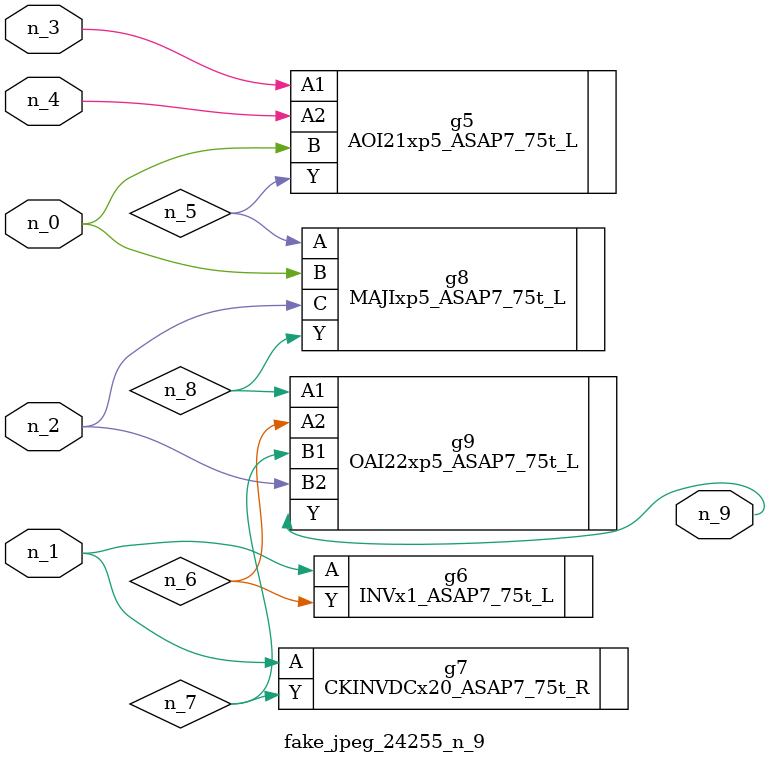
<source format=v>
module fake_jpeg_24255_n_9 (n_3, n_2, n_1, n_0, n_4, n_9);

input n_3;
input n_2;
input n_1;
input n_0;
input n_4;

output n_9;

wire n_8;
wire n_6;
wire n_5;
wire n_7;

AOI21xp5_ASAP7_75t_L g5 ( 
.A1(n_3),
.A2(n_4),
.B(n_0),
.Y(n_5)
);

INVx1_ASAP7_75t_L g6 ( 
.A(n_1),
.Y(n_6)
);

CKINVDCx20_ASAP7_75t_R g7 ( 
.A(n_1),
.Y(n_7)
);

MAJIxp5_ASAP7_75t_L g8 ( 
.A(n_5),
.B(n_0),
.C(n_2),
.Y(n_8)
);

OAI22xp5_ASAP7_75t_L g9 ( 
.A1(n_8),
.A2(n_6),
.B1(n_7),
.B2(n_2),
.Y(n_9)
);


endmodule
</source>
